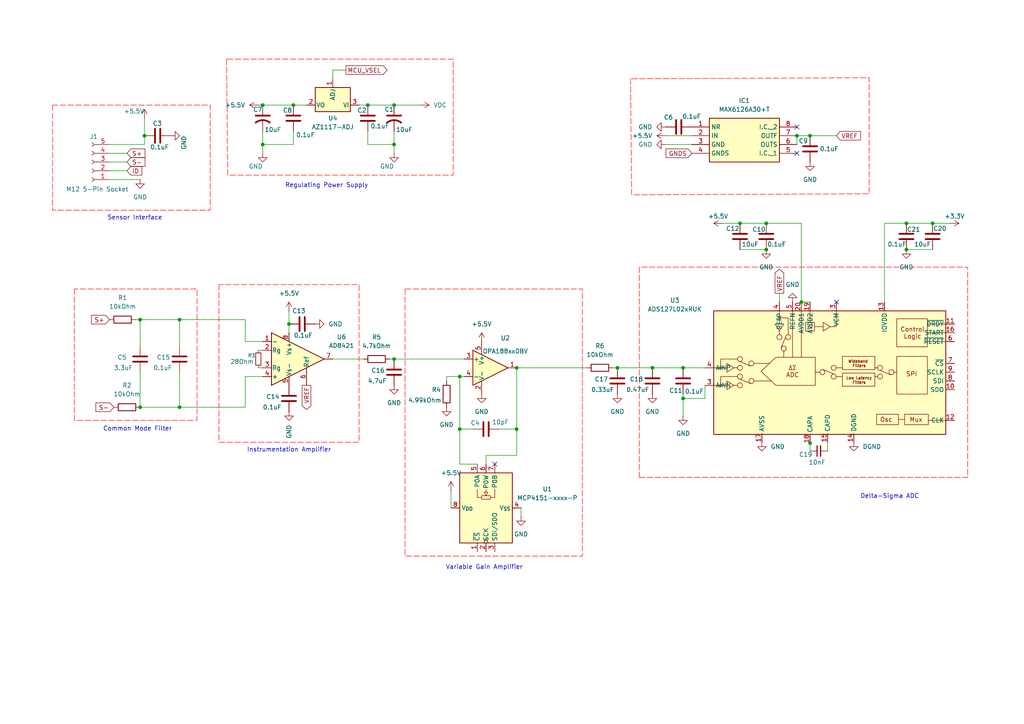
<source format=kicad_sch>
(kicad_sch (version 20250114) (generator "eeschema") (generator_version "9.0")
  (paper "A4")
  (title_block (title "Innovatest Mobile Force Verification Unit Measurement Chain") (date "2025-11-20") (rev "3.0") (comment 1 "Author: Justin Julius Chin Cheong"))
  (lib_symbols
    (symbol "Amplifier_Instrumentation:AD8421" (pin_names (offset 0.127))
      (property "Reference" "U" (at 3.81 7.62 0))
      (property "Value" "AD8421" (at 3.81 5.08 0))
      (symbol "AD8421_0_1"
        (polyline (pts (xy -7.62 7.62) (xy -7.62 -7.62) (xy 7.62 0) (xy -7.62 7.62)) (stroke (width 0.254)) (fill (type background)))
      )
      (symbol "AD8421_1_1"
        (pin input line (at -10.16 5.08 0) (length 2.54) (name "-") (number "1"))
        (pin passive line (at -10.16 2.54 0) (length 2.54) (name "Rg") (number "2"))
        (pin passive line (at -10.16 -2.54 0) (length 2.54) (name "Rg") (number "3"))
        (pin input line (at -10.16 -5.08 0) (length 2.54) (name "+") (number "4"))
        (pin power_in line (at -2.54 7.62 270) (length 2.54) (name "Vs+") (number "8"))
        (pin power_in line (at -2.54 -7.62 90) (length 2.54) (name "Vs-") (number "5"))
        (pin passive line (at 2.54 -7.62 90) (length 5.08) (name "Ref") (number "6"))
        (pin output line (at 10.16 0 180) (length 2.54) (name "~") (number "7"))
      )
    )
    (symbol "Amplifier_Operational:OPA188xxDBV" (pin_names (offset 0.127))
      (property "Reference" "U" (at 0 5.08 0))
      (property "Value" "OPA188xxDBV" (at 0 -5.08 0))
      (symbol "OPA188xxDBV_0_1"
        (polyline (pts (xy -5.08 5.08) (xy 5.08 0) (xy -5.08 -5.08) (xy -5.08 5.08)) (stroke (width 0.254)) (fill (type background)))
        (pin power_in line (at -2.54 7.62 270) (length 3.81) (name "V+") (number "5"))
        (pin power_in line (at -2.54 -7.62 90) (length 3.81) (name "V-") (number "2"))
      )
      (symbol "OPA188xxDBV_1_1"
        (pin input line (at -7.62 2.54 0) (length 2.54) (name "+") (number "3"))
        (pin input line (at -7.62 -2.54 0) (length 2.54) (name "-") (number "4"))
        (pin output line (at 7.62 0 180) (length 2.54) (name "~") (number "1"))
      )
    )
    (symbol "Connector:Conn_01x05_Socket" (pin_names (offset 1.016) (hide yes))
      (property "Reference" "J" (at 0 7.62 0))
      (property "Value" "Conn_01x05_Socket" (at 0 -7.62 0))
      (symbol "Conn_01x05_Socket_1_1"
        (polyline (pts (xy -1.27 5.08) (xy -0.508 5.08)) (stroke (width 0.1524)))
        (polyline (pts (xy -1.27 2.54) (xy -0.508 2.54)) (stroke (width 0.1524)))
        (polyline (pts (xy -1.27 0) (xy -0.508 0)) (stroke (width 0.1524)))
        (polyline (pts (xy -1.27 -2.54) (xy -0.508 -2.54)) (stroke (width 0.1524)))
        (polyline (pts (xy -1.27 -5.08) (xy -0.508 -5.08)) (stroke (width 0.1524)))
        (arc (start 0 4.572) (mid -0.5058 5.08) (end 0 5.588) (stroke (width 0.1524)))
        (arc (start 0 2.032) (mid -0.5058 2.54) (end 0 3.048) (stroke (width 0.1524)))
        (arc (start 0 -0.508) (mid -0.5058 0) (end 0 0.508) (stroke (width 0.1524)))
        (arc (start 0 -3.048) (mid -0.5058 -2.54) (end 0 -2.032) (stroke (width 0.1524)))
        (arc (start 0 -5.588) (mid -0.5058 -5.08) (end 0 -4.572) (stroke (width 0.1524)))
        (pin passive line (at -5.08 5.08 0) (length 3.81) (name "Pin_1") (number "1"))
        (pin passive line (at -5.08 2.54 0) (length 3.81) (name "Pin_2") (number "2"))
        (pin passive line (at -5.08 0 0) (length 3.81) (name "Pin_3") (number "3"))
        (pin passive line (at -5.08 -2.54 0) (length 3.81) (name "Pin_4") (number "4"))
        (pin passive line (at -5.08 -5.08 0) (length 3.81) (name "Pin_5") (number "5"))
      )
    )
    (symbol "Device:C" (pin_numbers (hide yes)) (pin_names (offset 0.254))
      (property "Reference" "C" (at 0.635 2.54 0))
      (property "Value" "C" (at 0.635 -2.54 0))
      (symbol "C_0_1"
        (polyline (pts (xy -2.032 0.762) (xy 2.032 0.762)) (stroke (width 0.508)))
        (polyline (pts (xy -2.032 -0.762) (xy 2.032 -0.762)) (stroke (width 0.508)))
      )
      (symbol "C_1_1"
        (pin passive line (at 0 3.81 270) (length 2.794) (name "~") (number "1"))
        (pin passive line (at 0 -3.81 90) (length 2.794) (name "~") (number "2"))
      )
    )
    (symbol "Device:C_Small" (pin_numbers (hide yes)) (pin_names (offset 0.254) (hide yes))
      (property "Reference" "C" (at 0.254 1.778 0))
      (property "Value" "C_Small" (at 0.254 -2.032 0))
      (symbol "C_Small_0_1"
        (polyline (pts (xy -1.524 0.508) (xy 1.524 0.508)) (stroke (width 0.3048)))
        (polyline (pts (xy -1.524 -0.508) (xy 1.524 -0.508)) (stroke (width 0.3302)))
      )
      (symbol "C_Small_1_1"
        (pin passive line (at 0 2.54 270) (length 2.032) (name "~") (number "1"))
        (pin passive line (at 0 -2.54 90) (length 2.032) (name "~") (number "2"))
      )
    )
    (symbol "Device:C_US" (pin_numbers (hide yes)) (pin_names (offset 0.254) (hide yes))
      (property "Reference" "C" (at 0.635 2.54 0))
      (property "Value" "C_US" (at 0.635 -2.54 0))
      (symbol "C_US_0_1"
        (polyline (pts (xy -2.032 0.762) (xy 2.032 0.762)) (stroke (width 0.508)))
        (arc (start -2.032 -1.27) (mid 0 -0.5572) (end 2.032 -1.27) (stroke (width 0.508)))
      )
      (symbol "C_US_1_1"
        (pin passive line (at 0 3.81 270) (length 2.794) (name "~") (number "1"))
        (pin passive line (at 0 -3.81 90) (length 3.302) (name "~") (number "2"))
      )
    )
    (symbol "Device:R" (pin_numbers (hide yes)) (pin_names (offset 0))
      (property "Reference" "R" (at 2.032 0 90))
      (property "Value" "R" (at 0 0 90))
      (symbol "R_0_1"
        (rectangle (start -1.016 -2.54) (end 1.016 2.54) (stroke (width 0.254)))
      )
      (symbol "R_1_1"
        (pin passive line (at 0 3.81 270) (length 1.27) (name "~") (number "1"))
        (pin passive line (at 0 -3.81 90) (length 1.27) (name "~") (number "2"))
      )
    )
    (symbol "Device:R_Small" (pin_numbers (hide yes)) (pin_names (offset 0.254) (hide yes))
      (property "Reference" "R" (at 0 0 90))
      (property "Value" "R_Small" (at 1.778 0 90))
      (symbol "R_Small_0_1"
        (rectangle (start -0.762 1.778) (end 0.762 -1.778) (stroke (width 0.2032)))
      )
      (symbol "R_Small_1_1"
        (pin passive line (at 0 2.54 270) (length 0.762) (name "~") (number "1"))
        (pin passive line (at 0 -2.54 90) (length 0.762) (name "~") (number "2"))
      )
    )
    (symbol "MAX6126A30+T:MAX6126A30+T"
      (property "Reference" "IC" (at 26.67 7.62 0))
      (property "Value" "MAX6126A30+T" (at 26.67 5.08 0))
      (symbol "MAX6126A30+T_1_1"
        (rectangle (start 5.08 2.54) (end 25.4 -10.16) (stroke (width 0.254)) (fill (type background)))
        (pin passive line (at 0 0 0) (length 5.08) (name "NR") (number "1"))
        (pin passive line (at 0 -2.54 0) (length 5.08) (name "IN") (number "2"))
        (pin passive line (at 0 -5.08 0) (length 5.08) (name "GND") (number "3"))
        (pin passive line (at 0 -7.62 0) (length 5.08) (name "GNDS") (number "4"))
        (pin passive line (at 30.48 0 180) (length 5.08) (name "I.C._2") (number "8"))
        (pin passive line (at 30.48 -2.54 180) (length 5.08) (name "OUTF") (number "7"))
        (pin passive line (at 30.48 -5.08 180) (length 5.08) (name "OUTS") (number "6"))
        (pin passive line (at 30.48 -7.62 180) (length 5.08) (name "I.C._1") (number "5"))
      )
    )
    (symbol "Potentiometer_Digital:MCP4151-xxxx-P"
      (property "Reference" "U" (at 2.54 11.43 0))
      (property "Value" "MCP4151-xxxx-P" (at 2.54 8.89 0))
      (symbol "MCP4151-xxxx-P_0_0"
        (pin input line (at -12.7 2.54 0) (length 2.54) (name "~{CS}") (number "1"))
        (pin input clock (at -12.7 0 0) (length 2.54) (name "SCK") (number "2"))
        (pin bidirectional line (at -12.7 -2.54 0) (length 2.54) (name "SDI/SDO") (number "3"))
        (pin power_in line (at 0 10.16 270) (length 2.54) (name "V_{DD}") (number "8"))
        (pin power_in line (at 0 -10.16 90) (length 2.54) (name "V_{SS}") (number "4"))
        (pin passive line (at 12.7 2.54 180) (length 2.54) (name "P0A") (number "5"))
        (pin passive line (at 12.7 0 180) (length 2.54) (name "P0W") (number "6"))
        (pin passive line (at 12.7 -2.54 180) (length 2.54) (name "P0B") (number "7"))
      )
      (symbol "MCP4151-xxxx-P_0_1"
        (rectangle (start 2.54 1.27) (end 3.556 -1.27))
        (polyline (pts (xy 3.048 -1.27) (xy 3.048 -2.54) (xy 5.334 -2.54)))
        (polyline (pts (xy 4.572 0.508) (xy 3.556 0) (xy 4.572 -0.508) (xy 4.572 0.508)))
        (polyline (pts (xy 4.572 0) (xy 5.334 0)))
        (polyline (pts (xy 5.334 2.54) (xy 3.048 2.54) (xy 3.048 1.27)))
      )
      (symbol "MCP4151-xxxx-P_1_1"
        (rectangle (start -10.16 7.62) (end 10.16 -7.62) (stroke (width 0.254)) (fill (type background)))
      )
    )
    (symbol "Regulator_Linear:AZ1117-ADJ" (pin_names (offset 0.254))
      (property "Reference" "U" (at -3.81 3.175 0))
      (property "Value" "AZ1117-ADJ" (at 0 3.175 0))
      (symbol "AZ1117-ADJ_0_1"
        (rectangle (start -5.08 1.905) (end 5.08 -5.08) (stroke (width 0.254)) (fill (type background)))
      )
      (symbol "AZ1117-ADJ_1_1"
        (pin power_in line (at -7.62 0 0) (length 2.54) (name "VI") (number "3"))
        (pin input line (at 0 -7.62 90) (length 2.54) (name "ADJ") (number "1"))
        (pin power_out line (at 7.62 0 180) (length 2.54) (name "VO") (number "2"))
      )
    )
    (symbol "gp-components:ADS127L02xRUK"
      (property "Reference" "U" (at -29.972 19.304 0))
      (property "Value" "ADS127L02xRUK" (at 53.086 -35.306 0))
      (symbol "ADS127L02xRUK_0_1"
        (rectangle (start -30.48 17.78) (end 36.83 -18.034) (stroke (width 0.254)) (fill (type background)))
        (polyline (pts (xy -30.48 1.27) (xy -26.67 1.27)))
        (polyline (pts (xy -30.48 -3.81) (xy -26.67 -3.81)))
        (circle (center -28.448 1.27) (radius 0.3592))
        (circle (center -28.448 -3.81) (radius 0.3592))
        (polyline (pts (xy -24.638 1.27) (xy -23.622 1.27)))
        (polyline (pts (xy -24.638 1.27) (xy -26.67 2.54) (xy -26.67 0) (xy -24.638 1.27)))
        (polyline (pts (xy -24.638 -3.81) (xy -23.622 -3.81)))
        (polyline (pts (xy -24.638 -3.81) (xy -26.67 -2.54) (xy -26.67 -5.08) (xy -24.638 -3.81)))
        (polyline (pts (xy -23.622 3.81) (xy -28.448 3.81) (xy -28.448 1.27)))
        (polyline (pts (xy -23.622 -1.27) (xy -28.448 -1.27) (xy -28.448 -3.81)))
        (circle (center -22.86 3.81) (radius 0.7184))
        (polyline (pts (xy -22.86 3.048) (xy -19.812 1.778)))
        (circle (center -22.86 1.27) (radius 0.7184))
        (circle (center -22.86 -1.27) (radius 0.7184))
        (polyline (pts (xy -22.86 -2.032) (xy -19.812 -3.302)))
        (circle (center -22.86 -3.81) (radius 0.7184))
        (circle (center -19.558 2.54) (radius 0.7184))
        (circle (center -19.558 -2.54) (radius 0.7184))
        (polyline (pts (xy -18.796 2.54) (xy -14.224 2.54)))
        (polyline (pts (xy -18.796 -2.54) (xy -13.716 -2.54)))
        (polyline (pts (xy -16.764 0.254) (xy -12.446 4.318) (xy -1.016 4.318) (xy -1.016 -3.81) (xy -12.446 -3.81) (xy -16.764 0.254)))
        (polyline (pts (xy -11.43 17.78) (xy -11.43 13.97)))
        (circle (center -11.43 15.748) (radius 0.3592))
        (polyline (pts (xy -11.43 11.938) (xy -11.43 10.922)))
        (polyline (pts (xy -11.43 11.938) (xy -10.16 13.97) (xy -12.7 13.97) (xy -11.43 11.938)))
        (circle (center -11.43 10.16) (radius 0.7184))
        (circle (center -10.16 6.858) (radius 0.7184))
        (polyline (pts (xy -10.16 6.096) (xy -10.16 4.318)))
        (polyline (pts (xy -9.652 10.16) (xy -10.922 7.112)))
        (polyline (pts (xy -8.89 10.922) (xy -8.89 15.748) (xy -11.43 15.748)))
        (circle (center -8.89 10.16) (radius 0.7184))
        (polyline (pts (xy -7.62 17.78) (xy -7.62 4.318)))
        (polyline (pts (xy -5.08 17.78) (xy -5.08 4.318)))
        (rectangle (start -3.81 14.478) (end -1.27 11.938))
        (polyline (pts (xy -2.54 14.478) (xy -2.54 17.78)))
        (polyline (pts (xy -1.016 0) (xy 0.254 0)))
        (circle (center 1.016 0) (radius 0.7184))
        (polyline (pts (xy 1.27 13.208) (xy -1.27 13.208)))
        (polyline (pts (xy 3.302 13.208) (xy 5.08 13.208) (xy 5.08 17.78)))
        (polyline (pts (xy 3.302 13.208) (xy 1.27 14.478) (xy 1.27 11.938) (xy 3.302 13.208)))
        (circle (center 4.318 1.27) (radius 0.7184))
        (polyline (pts (xy 4.318 -0.508) (xy 1.27 0.762)))
        (circle (center 4.318 -1.27) (radius 0.7184))
        (polyline (pts (xy 5.08 1.27) (xy 6.858 1.27)))
        (polyline (pts (xy 5.08 -1.27) (xy 6.858 -1.27)))
        (rectangle (start 6.858 4.572) (end 16.256 0.762))
        (rectangle (start 6.858 -0.254) (end 16.256 -4.064))
        (rectangle (start 16.764 -12.192) (end 23.114 -15.24))
        (polyline (pts (xy 17.018 1.27) (xy 16.256 1.27)))
        (polyline (pts (xy 17.018 -1.27) (xy 16.256 -1.27)))
        (circle (center 17.78 1.27) (radius 0.7184))
        (polyline (pts (xy 17.78 0.508) (xy 20.828 -0.762)))
        (circle (center 17.78 -1.27) (radius 0.7184))
        (circle (center 21.082 0) (radius 0.7184))
        (polyline (pts (xy 21.844 0) (xy 22.352 0) (xy 22.606 0)))
        (rectangle (start 22.606 15.494) (end 31.496 7.366))
        (rectangle (start 22.606 4.572) (end 31.496 -6.35))
        (polyline (pts (xy 23.114 -13.716) (xy 24.892 -13.716)))
        (rectangle (start 24.892 -12.192) (end 31.75 -15.24))
        (polyline (pts (xy 31.75 -13.97) (xy 36.83 -13.97)))
        (polyline (pts (xy 36.83 13.97) (xy 31.496 13.97)))
        (polyline (pts (xy 36.83 11.43) (xy 31.496 11.43)))
        (polyline (pts (xy 36.83 8.89) (xy 31.496 8.89)))
      )
      (symbol "ADS127L02xRUK_1_1"
        (text "ΔΣ\nADC\n" (at -7.62 0.254 0) (effects (font (size 1.27 1.27))))
        (text "/2\n" (at -2.54 13.208 0) (effects (font (size 0.8 0.8))))
        (text "Wideband \nFilters\n" (at 11.684 2.54 0) (effects (font (size 0.8 0.8))))
        (text "Low Latency\nFilters\n" (at 11.684 -2.286 0) (effects (font (size 0.8 0.8))))
        (text "Osc" (at 19.558 -13.716 0) (effects (font (size 1.27 1.27))))
        (text "SPI\n" (at 26.924 -0.508 0) (effects (font (size 1.27 1.27))))
        (text "Control\nLogic" (at 27.178 11.43 0) (effects (font (size 1.27 1.27))))
        (text "Mux" (at 28.194 -13.716 0) (effects (font (size 1.27 1.27))))
        (pin input line (at -33.02 1.27 0) (length 2.54) (name "AINP") (number "4"))
        (pin input line (at -33.02 -3.81 0) (length 2.54) (name "AINN") (number "3"))
        (pin power_in line (at -16.51 -20.32 90) (length 2.54) (name "AVSS") (number "17"))
        (pin input line (at -11.43 20.32 270) (length 2.54) (name "REFP") (number "4"))
        (pin input line (at -7.62 20.32 270) (length 2.54) (name "REFN") (number "5"))
        (pin passive line (at -5.08 27.94 270) (length 2.54) (hide yes) (name "AVDD") (number "32"))
        (pin power_in line (at -5.08 20.32 270) (length 2.54) (name "AVDD1") (number "20"))
        (pin power_in line (at -2.54 20.32 270) (length 2.54) (name "AVDD2") (number "19"))
        (pin output line (at -2.54 -20.574 90) (length 2.54) (name "CAPA") (number "18"))
        (pin passive line (at -2.54 -27.94 90) (length 2.54) (hide yes) (name "AGND") (number "31"))
        (pin output line (at 2.54 -20.32 90) (length 2.54) (name "CAPD") (number "15"))
        (pin output line (at 5.08 20.32 270) (length 2.54) (name "VCM") (number "3"))
        (pin power_in line (at 10.16 -20.32 90) (length 2.54) (name "DGND") (number "14"))
        (pin power_in line (at 19.05 20.32 270) (length 2.54) (name "IOVDD") (number "13"))
        (pin output line (at 39.37 13.97 180) (length 2.54) (name "~{DRDY}") (number "11"))
        (pin input line (at 39.37 11.43 180) (length 2.54) (name "START") (number "16"))
        (pin input line (at 39.37 8.89 180) (length 2.54) (name "~{RESET}") (number "6"))
        (pin input line (at 39.37 2.54 180) (length 2.54) (name "~{CS}") (number "7"))
        (pin input line (at 39.37 0 180) (length 2.54) (name "SCLK") (number "9"))
        (pin input line (at 39.37 -2.54 180) (length 2.54) (name "SDI") (number "8"))
        (pin output line (at 39.37 -5.08 180) (length 2.54) (name "SDO") (number "10"))
        (pin input line (at 39.37 -13.97 180) (length 2.54) (name "CLK") (number "12"))
      )
    )
    (symbol "power:GND" (power) (pin_numbers (hide yes)) (pin_names (offset 0) (hide yes))
      (property "Value" "GND" (at 0 -3.81 0))
      (symbol "GND_0_1"
        (polyline (pts (xy 0 0) (xy 0 -1.27) (xy 1.27 -1.27) (xy 0 -2.54) (xy -1.27 -1.27) (xy 0 -1.27)))
      )
      (symbol "GND_1_1"
        (pin power_in line (at 0 0 270) (length 0) (name "~") (number "1"))
      )
    )
    (symbol "power:VCC" (power) (pin_numbers (hide yes)) (pin_names (offset 0) (hide yes))
      (property "Value" "VCC" (at 0 3.556 0))
      (symbol "VCC_0_1"
        (polyline (pts (xy -0.762 1.27) (xy 0 2.54)))
        (polyline (pts (xy 0 2.54) (xy 0.762 1.27)))
        (polyline (pts (xy 0 0) (xy 0 2.54)))
      )
      (symbol "VCC_1_1"
        (pin power_in line (at 0 0 90) (length 0) (name "~") (number "1"))
      )
    )
  )
  (text "Instrumentation Amplifier" (at 83.82 130.556 0) (effects (font (size 1.27 1.27))))
  (text "Common Mode Filter" (at 39.878 124.46 0) (effects (font (size 1.27 1.27))))
  (text "Variable Gain Amplifier\n" (at 140.462 164.592 0) (effects (font (size 1.27 1.27))))
  (text "Regulating Power Supply\n" (at 94.742 53.848 0) (effects (font (size 1.27 1.27))))
  (text "Delta-Sigma ADC" (at 258.064 144.018 0) (effects (font (size 1.27 1.27))))
  (text "Sensor Interface" (at 39.116 63.246 0) (effects (font (size 1.27 1.27))))
  (junction (at 133.35 124.46))
  (junction (at 232.41 87.63))
  (junction (at 76.2 41.91))
  (junction (at 85.09 30.48))
  (junction (at 262.89 64.77))
  (junction (at 52.07 92.71))
  (junction (at 133.35 109.22))
  (junction (at 76.2 30.48))
  (junction (at 114.3 41.91))
  (junction (at 41.91 39.37))
  (junction (at 262.89 72.39))
  (junction (at 106.68 30.48))
  (junction (at 231.14 39.37))
  (junction (at 198.12 115.57))
  (junction (at 234.95 39.37))
  (junction (at 234.95 128.524))
  (junction (at 40.64 92.71))
  (junction (at 149.86 124.46))
  (junction (at 270.51 64.77))
  (junction (at 83.82 93.98))
  (junction (at 114.3 30.48))
  (junction (at 214.63 64.77))
  (junction (at 179.07 106.68))
  (junction (at 114.3 104.14))
  (junction (at 149.86 106.68))
  (junction (at 198.12 106.68))
  (junction (at 189.23 106.68))
  (junction (at 40.64 118.11))
  (junction (at 222.25 64.77))
  (junction (at 222.25 72.39))
  (junction (at 52.07 118.11))
  (no_connect (at 231.14 44.45))
  (no_connect (at 242.57 87.63))
  (no_connect (at 231.14 36.83))
  (no_connect (at 143.51 134.62))
  (wire (pts (xy 85.09 38.1) (xy 85.09 41.91)))
  (wire (pts (xy 270.51 72.39) (xy 262.89 72.39)))
  (wire (pts (xy 83.82 90.17) (xy 83.82 93.98)))
  (wire (pts (xy 234.95 128.27) (xy 234.95 128.524)))
  (wire (pts (xy 232.41 64.77) (xy 232.41 87.63)))
  (wire (pts (xy 40.64 92.71) (xy 39.37 92.71)))
  (wire (pts (xy 106.68 30.48) (xy 114.3 30.48)))
  (wire (pts (xy 134.62 109.22) (xy 133.35 109.22)))
  (wire (pts (xy 193.04 41.91) (xy 200.66 41.91)))
  (wire (pts (xy 114.3 30.48) (xy 121.92 30.48)))
  (wire (pts (xy 114.3 41.91) (xy 114.3 38.1)))
  (wire (pts (xy 71.12 118.11) (xy 71.12 109.22)))
  (wire (pts (xy 133.35 124.46) (xy 137.16 124.46)))
  (wire (pts (xy 76.2 30.48) (xy 85.09 30.48)))
  (wire (pts (xy 189.23 106.68) (xy 198.12 106.68)))
  (wire (pts (xy 270.51 64.77) (xy 262.89 64.77)))
  (wire (pts (xy 104.14 30.48) (xy 106.68 30.48)))
  (wire (pts (xy 234.95 128.524) (xy 234.95 130.81)))
  (wire (pts (xy 114.3 41.91) (xy 114.3 44.45)))
  (wire (pts (xy 36.83 49.53) (xy 31.75 49.53)))
  (wire (pts (xy 242.57 39.37) (xy 234.95 39.37)))
  (wire (pts (xy 40.64 107.95) (xy 40.64 118.11)))
  (wire (pts (xy 198.12 115.57) (xy 204.47 115.57)))
  (wire (pts (xy 231.14 39.37) (xy 234.95 39.37)))
  (wire (pts (xy 96.52 104.14) (xy 105.41 104.14)))
  (wire (pts (xy 36.83 44.45) (xy 31.75 44.45)))
  (wire (pts (xy 40.64 92.71) (xy 40.64 100.33)))
  (wire (pts (xy 256.54 64.77) (xy 262.89 64.77)))
  (wire (pts (xy 71.12 99.06) (xy 76.2 99.06)))
  (wire (pts (xy 193.04 39.37) (xy 200.66 39.37)))
  (wire (pts (xy 231.14 39.37) (xy 231.14 41.91)))
  (wire (pts (xy 41.91 34.29) (xy 41.91 39.37)))
  (wire (pts (xy 256.54 64.77) (xy 256.54 87.63)))
  (wire (pts (xy 149.86 124.46) (xy 149.86 132.08)))
  (wire (pts (xy 138.43 134.62) (xy 133.35 134.62)))
  (wire (pts (xy 96.52 20.32) (xy 96.52 22.86)))
  (wire (pts (xy 133.35 124.46) (xy 133.35 109.22)))
  (wire (pts (xy 76.2 41.91) (xy 76.2 38.1)))
  (wire (pts (xy 198.12 106.68) (xy 204.47 106.68)))
  (wire (pts (xy 198.12 115.57) (xy 198.12 114.3)))
  (wire (pts (xy 85.09 30.48) (xy 88.9 30.48)))
  (wire (pts (xy 240.03 128.27) (xy 240.03 130.81)))
  (wire (pts (xy 214.63 64.77) (xy 222.25 64.77)))
  (wire (pts (xy 129.54 109.22) (xy 129.54 110.49)))
  (wire (pts (xy 222.25 64.77) (xy 232.41 64.77)))
  (wire (pts (xy 83.82 93.98) (xy 83.82 96.52)))
  (wire (pts (xy 76.2 41.91) (xy 85.09 41.91)))
  (wire (pts (xy 151.13 149.86) (xy 151.13 147.32)))
  (wire (pts (xy 52.07 107.95) (xy 52.07 118.11)))
  (wire (pts (xy 31.75 52.07) (xy 40.64 52.07)))
  (wire (pts (xy 149.86 106.68) (xy 149.86 124.46)))
  (wire (pts (xy 71.12 92.71) (xy 71.12 99.06)))
  (wire (pts (xy 40.64 92.71) (xy 52.07 92.71)))
  (wire (pts (xy 133.35 134.62) (xy 133.35 124.46)))
  (wire (pts (xy 149.86 132.08) (xy 140.97 132.08)))
  (wire (pts (xy 149.86 106.68) (xy 170.18 106.68)))
  (wire (pts (xy 106.68 41.91) (xy 114.3 41.91)))
  (wire (pts (xy 52.07 92.71) (xy 52.07 100.33)))
  (wire (pts (xy 100.33 20.32) (xy 96.52 20.32)))
  (wire (pts (xy 232.41 87.63) (xy 234.95 87.63)))
  (wire (pts (xy 209.55 64.77) (xy 214.63 64.77)))
  (wire (pts (xy 113.03 104.14) (xy 114.3 104.14)))
  (wire (pts (xy 52.07 92.71) (xy 71.12 92.71)))
  (wire (pts (xy 226.06 85.09) (xy 226.06 87.63)))
  (wire (pts (xy 204.47 115.57) (xy 204.47 111.76)))
  (wire (pts (xy 144.78 124.46) (xy 149.86 124.46)))
  (wire (pts (xy 198.12 115.57) (xy 198.12 120.65)))
  (wire (pts (xy 36.83 46.99) (xy 31.75 46.99)))
  (wire (pts (xy 40.64 118.11) (xy 52.07 118.11)))
  (wire (pts (xy 114.3 104.14) (xy 134.62 104.14)))
  (wire (pts (xy 74.93 106.68) (xy 76.2 106.68)))
  (wire (pts (xy 275.59 64.77) (xy 270.51 64.77)))
  (wire (pts (xy 71.12 118.11) (xy 52.07 118.11)))
  (wire (pts (xy 74.93 101.6) (xy 76.2 101.6)))
  (wire (pts (xy 41.91 39.37) (xy 41.91 41.91)))
  (wire (pts (xy 177.8 106.68) (xy 179.07 106.68)))
  (wire (pts (xy 106.68 38.1) (xy 106.68 41.91)))
  (wire (pts (xy 179.07 106.68) (xy 189.23 106.68)))
  (wire (pts (xy 140.97 132.08) (xy 140.97 134.62)))
  (wire (pts (xy 31.75 41.91) (xy 41.91 41.91)))
  (wire (pts (xy 74.93 30.48) (xy 76.2 30.48)))
  (wire (pts (xy 130.81 142.24) (xy 130.81 147.32)))
  (wire (pts (xy 71.12 109.22) (xy 76.2 109.22)))
  (wire (pts (xy 214.63 72.39) (xy 222.25 72.39)))
  (wire (pts (xy 133.35 109.22) (xy 129.54 109.22)))
  (wire (pts (xy 76.2 41.91) (xy 76.2 44.45)))
  (global_label "S+" (shape input) (at 36.83 44.45 0) (property "Intersheetrefs" "${INTERSHEET_REFS}" (effects (hide yes))))
  (global_label "VREF" (shape output) (at 88.9 111.76 270) (property "Intersheetrefs" "${INTERSHEET_REFS}" (effects (hide yes))))
  (global_label "GNDS" (shape input) (at 200.66 44.45 180) (property "Intersheetrefs" "${INTERSHEET_REFS}" (effects (hide yes))))
  (global_label "S+" (shape input) (at 31.75 92.71 180) (property "Intersheetrefs" "${INTERSHEET_REFS}" (effects (hide yes))))
  (global_label "VREF" (shape input) (at 242.57 39.37 0) (property "Intersheetrefs" "${INTERSHEET_REFS}" (effects (hide yes))))
  (global_label "ID" (shape input) (at 36.83 49.53 0) (property "Intersheetrefs" "${INTERSHEET_REFS}" (effects (hide yes))))
  (global_label "VREF" (shape output) (at 226.06 85.09 90) (property "Intersheetrefs" "${INTERSHEET_REFS}" (effects (hide yes))))
  (global_label "MCU_VSEL" (shape output) (at 100.33 20.32 0) (property "Intersheetrefs" "${INTERSHEET_REFS}" (effects (hide yes))))
  (global_label "S-" (shape input) (at 33.02 118.11 180) (property "Intersheetrefs" "${INTERSHEET_REFS}" (effects (hide yes))))
  (global_label "S-" (shape input) (at 36.83 46.99 0) (property "Intersheetrefs" "${INTERSHEET_REFS}" (effects (hide yes))))
  (rule_area (polyline (pts (xy 185.42 138.43) (xy 280.67 138.43) (xy 280.67 77.47) (xy 185.42 77.47)) (stroke (width 0) (type dash))))
  (rule_area (polyline (pts (xy 117.475 83.82) (xy 117.475 161.29) (xy 168.91 161.29) (xy 168.91 83.82)) (stroke (width 0) (type dash))))
  (rule_area (polyline (pts (xy 21.59 83.82) (xy 21.59 121.92) (xy 57.15 121.92) (xy 57.15 83.82)) (stroke (width 0) (type dash))))
  (rule_area (polyline (pts (xy 65.7225 17.145) (xy 66.04 50.8) (xy 131.445 50.8) (xy 131.445 17.145)) (stroke (width 0) (type dash))))
  (rule_area (polyline (pts (xy 15.24 30.48) (xy 15.24 60.96) (xy 60.96 60.96) (xy 60.96 30.48)) (stroke (width 0) (type dash))))
  (rule_area (polyline (pts (xy 182.88 22.86) (xy 183.1975 56.515) (xy 252.0949 56.1975) (xy 252.0949 22.5425)) (stroke (width 0) (type dash))))
  (rule_area (polyline (pts (xy 63.5 82.55) (xy 63.5 128.27) (xy 104.14 128.27) (xy 104.14 82.55)) (stroke (width 0) (type dash))))
  (symbol (lib_id "power:GND") (at 262.89 72.39 0) (mirror y) (unit 1)
    (property "Reference" "#PWR030" (effects (hide yes)))
    (property "Value" "GND" (at 262.89 77.47 0))
    (property "Description" "Power symbol creates a global label with name \"GND\" , ground" (effects (hide yes)))
  )
  (symbol (lib_id "Device:C") (at 114.3 107.95 0) (unit 1)
    (property "Reference" "C16" (at 107.696 107.442 0) (effects (justify left)))
    (property "Value" "4.7uF" (at 106.68 110.49 0) (effects (justify left)))
    (property "Description" "Unpolarized capacitor" (effects (hide yes)))
  )
  (symbol (lib_id "Device:C") (at 270.51 68.58 0) (mirror y) (unit 1)
    (property "Reference" "C20" (at 274.574 66.294 0) (effects (justify left)))
    (property "Value" "10uF" (at 270.002 70.866 0) (effects (justify left)))
    (property "Description" "Unpolarized capacitor" (effects (hide yes)))
  )
  (symbol (lib_id "power:GND") (at 198.12 120.65 0) (unit 1)
    (property "Reference" "#PWR018" (effects (hide yes)))
    (property "Value" "GND" (at 198.12 125.73 0))
    (property "Description" "Power symbol creates a global label with name \"GND\" , ground" (effects (hide yes)))
  )
  (symbol (lib_id "Device:C") (at 45.72 39.37 90) (unit 1)
    (property "Reference" "C3" (at 46.99 35.814 90) (effects (justify left)))
    (property "Value" "0.1uF" (at 49.022 42.672 90) (effects (justify left)))
    (property "Description" "Unpolarized capacitor" (effects (hide yes)))
  )
  (symbol (lib_id "power:GND") (at 139.7 114.3 0) (unit 1)
    (property "Reference" "#PWR020" (effects (hide yes)))
    (property "Value" "GND" (at 139.7 119.38 0))
    (property "Description" "Power symbol creates a global label with name \"GND\" , ground" (effects (hide yes)))
  )
  (symbol (lib_id "Device:R") (at 173.99 106.68 270) (unit 1)
    (property "Reference" "R6" (at 173.99 100.33 90))
    (property "Value" "10kOhm" (at 173.99 102.87 90))
    (property "Description" "Resistor" (effects (hide yes)))
  )
  (symbol (lib_id "power:GND") (at 193.04 36.83 270) (unit 1)
    (property "Reference" "#PWR011" (effects (hide yes)))
    (property "Value" "GND" (at 189.23 36.8299 90) (effects (justify right)))
    (property "Description" "Power symbol creates a global label with name \"GND\" , ground" (effects (hide yes)))
  )
  (symbol (lib_id "MAX6126A30+T:MAX6126A30+T") (at 200.66 36.83 0) (unit 1)
    (property "Reference" "IC1" (at 215.9 29.21 0))
    (property "Value" "MAX6126A30+T" (at 215.9 31.75 0))
    (property "Footprint" "SOP65P490X110-8N" (effects (hide yes)))
    (property "Datasheet" "https://datasheets.maximintegrated.com/en/ds/MAX6126.pdf" (effects (hide yes)))
    (property "Description" "Voltage References Ultra-High-Precision Ultra-Low-Noise" (effects (hide yes)))
    (property "Height" "1.1" (effects (hide yes)))
    (property "Mouser Part Number" "700-MAX6126A30T" (effects (hide yes)))
    (property "Mouser Price/Stock" "https://www.mouser.co.uk/ProductDetail/Analog-Devices-Maxim-Integrated/MAX6126A30%2bT?qs=GxOUx7aO6nz7u5ex3tMmZQ%3D%3D" (effects (hide yes)))
    (property "Manufacturer_Name" "Analog Devices" (effects (hide yes)))
    (property "Manufacturer_Part_Number" "MAX6126A30+T" (effects (hide yes)))
  )
  (symbol (lib_id "power:GND") (at 83.82 119.38 0) (unit 1)
    (property "Reference" "#PWR021" (effects (hide yes)))
    (property "Value" "GND" (at 83.8201 123.19 90) (effects (justify right)))
    (property "Description" "Power symbol creates a global label with name \"GND\" , ground" (effects (hide yes)))
  )
  (symbol (lib_id "power:GND") (at 151.13 149.86 0) (unit 1)
    (property "Reference" "#PWR024" (effects (hide yes)))
    (property "Value" "GND" (at 151.13 154.94 0))
    (property "Description" "Power symbol creates a global label with name \"GND\" , ground" (effects (hide yes)))
  )
  (symbol (lib_id "power:GND") (at 189.23 114.3 0) (unit 1)
    (property "Reference" "#PWR014" (effects (hide yes)))
    (property "Value" "GND" (at 189.23 119.38 0))
    (property "Description" "Power symbol creates a global label with name \"GND\" , ground" (effects (hide yes)))
  )
  (symbol (lib_id "Device:C") (at 140.97 124.46 90) (unit 1)
    (property "Reference" "C4" (at 139.192 122.682 90) (effects (justify left)))
    (property "Value" "10pF" (at 147.574 122.428 90) (effects (justify left)))
    (property "Description" "Unpolarized capacitor" (effects (hide yes)))
  )
  (symbol (lib_id "power:VCC") (at 83.82 90.17 0) (unit 1)
    (property "Reference" "#PWR07" (effects (hide yes)))
    (property "Value" "+5.5V" (at 83.82 85.09 0))
    (property "Description" "Power symbol creates a global label with name \"VCC\"" (effects (hide yes)))
  )
  (symbol (lib_id "power:GND") (at 114.3 44.45 0) (unit 1)
    (property "Reference" "#PWR01" (effects (hide yes)))
    (property "Value" "GND" (at 114.3001 48.26 0) (effects (justify right)))
    (property "Description" "Power symbol creates a global label with name \"GND\" , ground" (effects (hide yes)))
  )
  (symbol (lib_id "Device:C") (at 196.85 36.83 270) (unit 1)
    (property "Reference" "C6" (at 192.532 34.036 90) (effects (justify left)))
    (property "Value" "0.1uF" (at 197.866 33.782 90) (effects (justify left)))
    (property "Description" "Unpolarized capacitor" (effects (hide yes)))
  )
  (symbol (lib_id "Device:C") (at 189.23 110.49 0) (unit 1)
    (property "Reference" "C18" (at 182.626 109.982 0) (effects (justify left)))
    (property "Value" "0.47uF" (at 181.61 113.03 0) (effects (justify left)))
    (property "Description" "Unpolarized capacitor" (effects (hide yes)))
  )
  (symbol (lib_id "power:GND") (at 91.44 93.98 90) (unit 1)
    (property "Reference" "#PWR019" (effects (hide yes)))
    (property "Value" "GND" (at 95.25 93.9799 90) (effects (justify right)))
    (property "Description" "Power symbol creates a global label with name \"GND\" , ground" (effects (hide yes)))
  )
  (symbol (lib_id "Device:C") (at 262.89 68.58 0) (mirror y) (unit 1)
    (property "Reference" "C21" (at 266.954 66.548 0) (effects (justify left)))
    (property "Value" "0.1uF" (at 262.89 70.866 0) (effects (justify left)))
    (property "Description" "Unpolarized capacitor" (effects (hide yes)))
  )
  (symbol (lib_id "Potentiometer_Digital:MCP4151-xxxx-P") (at 140.97 147.32 90) (unit 1)
    (property "Reference" "U1" (at 158.75 141.8746 90))
    (property "Value" "MCP4151-xxxx-P" (at 158.75 144.4146 90))
    (property "Footprint" "Package_DIP:DIP-8_W7.62mm" (effects (hide yes)))
    (property "Datasheet" "https://ww1.microchip.com/downloads/aemDocuments/documents/OTH/ProductDocuments/DataSheets/22060b.pdf" (effects (hide yes)))
    (property "Description" "Single Digital Potentiometer, SPI interface, 257 taps, 5/10/50/100 kohm, volatile memory" (effects (hide yes)))
  )
  (symbol (lib_id "Device:C") (at 83.82 115.57 0) (unit 1)
    (property "Reference" "C14" (at 77.216 115.062 0) (effects (justify left)))
    (property "Value" "0.1uF" (at 76.2 118.11 0) (effects (justify left)))
    (property "Description" "Unpolarized capacitor" (effects (hide yes)))
  )
  (symbol (lib_id "power:VCC") (at 193.04 39.37 90) (unit 1)
    (property "Reference" "#PWR010" (effects (hide yes)))
    (property "Value" "+5.5V" (at 189.23 39.3699 90) (effects (justify left)))
    (property "Description" "Power symbol creates a global label with name \"VCC\"" (effects (hide yes)))
  )
  (symbol (lib_id "power:VCC") (at 275.59 64.77 270) (mirror x) (unit 1)
    (property "Reference" "#PWR029" (effects (hide yes)))
    (property "Value" "+3.3V" (at 276.86 62.738 90))
    (property "Description" "Power symbol creates a global label with name \"VCC\"" (effects (hide yes)))
  )
  (symbol (lib_id "Amplifier_Instrumentation:AD8421") (at 86.36 104.14 0) (unit 1)
    (property "Reference" "U6" (at 99.06 97.7198 0))
    (property "Value" "AD8421" (at 99.06 100.2598 0))
    (property "Datasheet" "https://www.analog.com/media/en/technical-documentation/data-sheets/AD8421.pdf" (effects (hide yes)))
    (property "Description" "Single Low Power Instrumentation Amplifier, SOIC-8/MSOP-8" (effects (hide yes)))
  )
  (symbol (lib_id "Connector:Conn_01x05_Socket") (at 26.67 46.99 180) (unit 1)
    (property "Reference" "J1" (at 27.178 39.624 0))
    (property "Value" "M12 5-Pin Socket" (at 28.194 54.864 0))
    (property "Description" "Generic connector, single row, 01x05, script generated" (effects (hide yes)))
  )
  (symbol (lib_id "power:GND") (at 49.53 39.37 90) (unit 1)
    (property "Reference" "#PWR05" (effects (hide yes)))
    (property "Value" "GND" (at 53.34 39.3699 0) (effects (justify right)))
    (property "Description" "Power symbol creates a global label with name \"GND\" , ground" (effects (hide yes)))
  )
  (symbol (lib_id "power:GND") (at 229.87 87.63 180) (unit 1)
    (property "Reference" "#PWR015" (effects (hide yes)))
    (property "Value" "GND" (at 229.87 82.55 0))
    (property "Description" "Power symbol creates a global label with name \"GND\" , ground" (effects (hide yes)))
  )
  (symbol (lib_id "gp-components:ADS127L02xRUK") (at 237.49 107.95 0) (unit 1)
    (property "Reference" "U3" (at 195.707 87.122 0))
    (property "Value" "ADS127L02xRUK" (at 195.707 89.662 0))
    (property "Footprint" "Package_QFP:TQFP-32_5x5mm_P0.5mm" (effects (hide yes)))
    (property "Datasheet" "https://www.ti.com/lit/ds/symlink/ads127l01.pdf" (effects (hide yes)))
    (property "Description" "24-bit delta-sigma ADC, Single Channel, 512 kSPS, SPI & Frame-Sync interface, TQFP-32" (effects (hide yes)))
  )
  (symbol (lib_id "power:GND") (at 234.95 46.99 0) (unit 1)
    (property "Reference" "#PWR012" (effects (hide yes)))
    (property "Value" "GND" (at 234.95 52.07 0))
    (property "Description" "Power symbol creates a global label with name \"GND\" , ground" (effects (hide yes)))
  )
  (symbol (lib_id "power:VCC") (at 139.7 99.06 0) (unit 1)
    (property "Reference" "#PWR022" (effects (hide yes)))
    (property "Value" "+5.5V" (at 139.7 93.98 0))
    (property "Description" "Power symbol creates a global label with name \"VCC\"" (effects (hide yes)))
  )
  (symbol (lib_id "power:VCC") (at 74.93 30.48 90) (unit 1)
    (property "Reference" "#PWR04" (effects (hide yes)))
    (property "Value" "+5.5V" (at 71.12 30.4799 90) (effects (justify left)))
    (property "Description" "Power symbol creates a global label with name \"VCC\"" (effects (hide yes)))
  )
  (symbol (lib_id "power:GND") (at 40.64 52.07 0) (unit 1)
    (property "Reference" "#PWR03" (effects (hide yes)))
    (property "Value" "GND" (at 40.64 57.15 0))
    (property "Description" "Power symbol creates a global label with name \"GND\" , ground" (effects (hide yes)))
  )
  (symbol (lib_id "power:GND") (at 193.04 41.91 270) (unit 1)
    (property "Reference" "#PWR09" (effects (hide yes)))
    (property "Value" "GND" (at 189.23 41.9099 90) (effects (justify right)))
    (property "Description" "Power symbol creates a global label with name \"GND\" , ground" (effects (hide yes)))
  )
  (symbol (lib_id "Device:R_Small") (at 74.93 104.14 0) (unit 1)
    (property "Reference" "R3" (at 71.882 103.124 0) (effects (font (size 1.016 1.016)) (justify left)))
    (property "Value" "28Ohm" (at 66.802 104.902 0) (effects (justify left)))
    (property "Description" "Resistor, small symbol" (effects (hide yes)))
  )
  (symbol (lib_id "Device:C_US") (at 76.2 34.29 0) (unit 1)
    (property "Reference" "C7" (at 73.406 31.75 0) (effects (justify left)))
    (property "Value" "10uF" (at 76.708 37.592 0) (effects (justify left)))
    (property "Description" "capacitor, US symbol" (effects (hide yes)))
  )
  (symbol (lib_id "Device:C") (at 87.63 93.98 90) (unit 1)
    (property "Reference" "C13" (at 88.646 90.17 90) (effects (justify left)))
    (property "Value" "0.1uF" (at 90.678 97.282 90) (effects (justify left)))
    (property "Description" "Unpolarized capacitor" (effects (hide yes)))
  )
  (symbol (lib_id "Device:C") (at 214.63 68.58 0) (unit 1)
    (property "Reference" "C12" (at 210.566 66.294 0) (effects (justify left)))
    (property "Value" "10uF" (at 215.138 70.866 0) (effects (justify left)))
    (property "Description" "Unpolarized capacitor" (effects (hide yes)))
  )
  (symbol (lib_id "Device:C") (at 234.95 43.18 0) (unit 1)
    (property "Reference" "C9" (at 231.648 40.894 0) (effects (justify left)))
    (property "Value" "0.1uF" (at 237.744 43.18 0) (effects (justify left)))
    (property "Description" "Unpolarized capacitor" (effects (hide yes)))
  )
  (symbol (lib_id "Device:C") (at 222.25 68.58 0) (unit 1)
    (property "Reference" "C10" (at 218.186 66.548 0) (effects (justify left)))
    (property "Value" "0.1uF" (at 222.504 70.866 0) (effects (justify left)))
    (property "Description" "Unpolarized capacitor" (effects (hide yes)))
  )
  (symbol (lib_id "power:GND") (at 222.25 72.39 0) (unit 1)
    (property "Reference" "#PWR017" (effects (hide yes)))
    (property "Value" "GND" (at 222.25 77.47 0))
    (property "Description" "Power symbol creates a global label with name \"GND\" , ground" (effects (hide yes)))
  )
  (symbol (lib_id "power:VCC") (at 209.55 64.77 90) (unit 1)
    (property "Reference" "#PWR016" (effects (hide yes)))
    (property "Value" "+5.5V" (at 208.28 62.738 90))
    (property "Description" "Power symbol creates a global label with name \"VCC\"" (effects (hide yes)))
  )
  (symbol (lib_id "power:GND") (at 179.07 114.3 0) (unit 1)
    (property "Reference" "#PWR027" (effects (hide yes)))
    (property "Value" "GND" (at 179.07 119.38 0))
    (property "Description" "Power symbol creates a global label with name \"GND\" , ground" (effects (hide yes)))
  )
  (symbol (lib_id "Regulator_Linear:AZ1117-ADJ") (at 96.52 30.48 180) (unit 1)
    (property "Reference" "U4" (at 96.52 34.29 0))
    (property "Value" "AZ1117-ADJ" (at 96.52 36.83 0))
    (property "Datasheet" "https://www.diodes.com/assets/Datasheets/AZ1117.pdf" (effects (hide yes)))
    (property "Description" "1A 20V Adjustable LDO Linear Regulator, SOT-89/SOT-223/TO-220/TO-252/TO-263" (effects (hide yes)))
  )
  (symbol (lib_id "power:VCC") (at 130.81 142.24 0) (unit 1)
    (property "Reference" "#PWR025" (effects (hide yes)))
    (property "Value" "+5.5V" (at 130.81 137.16 0))
    (property "Description" "Power symbol creates a global label with name \"VCC\"" (effects (hide yes)))
  )
  (symbol (lib_id "Device:R") (at 36.83 118.11 90) (unit 1)
    (property "Reference" "R2" (at 36.83 111.76 90))
    (property "Value" "10kOhm" (at 36.83 114.3 90))
    (property "Description" "Resistor" (effects (hide yes)))
  )
  (symbol (lib_id "Device:C_Small") (at 237.49 130.81 90) (unit 1)
    (property "Reference" "C19" (at 233.68 131.826 90))
    (property "Value" "10nF" (at 236.982 134.112 90))
    (property "Description" "Unpolarized capacitor, small symbol" (effects (hide yes)))
  )
  (symbol (lib_id "power:GND") (at 114.3 111.76 0) (unit 1)
    (property "Reference" "#PWR026" (effects (hide yes)))
    (property "Value" "GND" (at 114.3 116.84 0))
    (property "Description" "Power symbol creates a global label with name \"GND\" , ground" (effects (hide yes)))
  )
  (symbol (lib_id "Device:R") (at 109.22 104.14 270) (unit 1)
    (property "Reference" "R5" (at 109.22 97.79 90))
    (property "Value" "4.7kOhm" (at 109.22 100.33 90))
    (property "Description" "Resistor" (effects (hide yes)))
  )
  (symbol (lib_id "Device:C") (at 106.68 34.29 0) (unit 1)
    (property "Reference" "C2" (at 103.632 32.004 0) (effects (justify left)))
    (property "Value" "0.1uF" (at 107.442 36.576 0) (effects (justify left)))
    (property "Description" "Unpolarized capacitor" (effects (hide yes)))
  )
  (symbol (lib_id "power:GND") (at 247.65 128.27 0) (unit 1)
    (property "Reference" "#PWR08" (effects (hide yes)))
    (property "Value" "DGND" (at 250.19 129.5399 0) (effects (justify left)))
    (property "Description" "Power symbol creates a global label with name \"GND\" , ground" (effects (hide yes)))
  )
  (symbol (lib_id "power:GND") (at 129.54 118.11 0) (unit 1)
    (property "Reference" "#PWR023" (effects (hide yes)))
    (property "Value" "GND" (at 129.54 123.19 0))
    (property "Description" "Power symbol creates a global label with name \"GND\" , ground" (effects (hide yes)))
  )
  (symbol (lib_id "Device:C") (at 198.12 110.49 0) (unit 1)
    (property "Reference" "C11" (at 194.056 113.284 0) (effects (justify left)))
    (property "Value" "0.1uF" (at 198.628 113.538 0) (effects (justify left)))
    (property "Description" "Unpolarized capacitor" (effects (hide yes)))
  )
  (symbol (lib_id "power:GND") (at 220.98 128.27 0) (unit 1)
    (property "Reference" "#PWR028" (effects (hide yes)))
    (property "Value" "GND" (at 223.52 129.5399 0) (effects (justify left)))
    (property "Description" "Power symbol creates a global label with name \"GND\" , ground" (effects (hide yes)))
  )
  (symbol (lib_id "Amplifier_Operational:OPA188xxDBV") (at 142.24 106.68 0) (unit 1)
    (property "Reference" "U2" (at 146.558 98.044 0))
    (property "Value" "OPA188xxDBV" (at 146.558 101.854 0))
    (property "Footprint" "Package_TO_SOT_SMD:TSOT-23-5" (effects (hide yes)))
    (property "Datasheet" "http://www.ti.com/lit/ds/symlink/opa188.pdf" (effects (hide yes)))
    (property "Description" "Zero-Drift, Precision, Low-Noise, Rail-to-Rail Output, 36-V Operational Amplifier, TSOT-23-5" (effects (hide yes)))
  )
  (symbol (lib_id "Device:C") (at 52.07 104.14 0) (unit 1)
    (property "Reference" "C15" (at 45.466 103.632 0) (effects (justify left)))
    (property "Value" "0.1uF" (at 44.45 106.68 0) (effects (justify left)))
    (property "Description" "Unpolarized capacitor" (effects (hide yes)))
  )
  (symbol (lib_id "Device:C") (at 40.64 104.14 0) (unit 1)
    (property "Reference" "C5" (at 34.036 103.632 0) (effects (justify left)))
    (property "Value" "3.3uF" (at 33.02 106.68 0) (effects (justify left)))
    (property "Description" "Unpolarized capacitor" (effects (hide yes)))
  )
  (symbol (lib_id "Device:R") (at 35.56 92.71 270) (unit 1)
    (property "Reference" "R1" (at 35.56 86.36 90))
    (property "Value" "10kOhm" (at 35.56 88.9 90))
    (property "Description" "Resistor" (effects (hide yes)))
  )
  (symbol (lib_id "Device:R") (at 129.54 114.3 0) (unit 1)
    (property "Reference" "R4" (at 125.222 113.03 0) (effects (justify left)))
    (property "Value" "4.99kOhm" (at 118.364 116.078 0) (effects (justify left)))
    (property "Description" "Resistor" (effects (hide yes)))
  )
  (symbol (lib_id "power:GND") (at 76.2 44.45 0) (unit 1)
    (property "Reference" "#PWR013" (effects (hide yes)))
    (property "Value" "GND" (at 76.2001 48.26 0) (effects (justify right)))
    (property "Description" "Power symbol creates a global label with name \"GND\" , ground" (effects (hide yes)))
  )
  (symbol (lib_id "Device:C_US") (at 114.3 34.29 0) (unit 1)
    (property "Reference" "C1" (at 111.506 31.75 0) (effects (justify left)))
    (property "Value" "10uF" (at 114.808 37.592 0) (effects (justify left)))
    (property "Description" "capacitor, US symbol" (effects (hide yes)))
  )
  (symbol (lib_id "power:VCC") (at 41.91 34.29 0) (unit 1)
    (property "Reference" "#PWR06" (effects (hide yes)))
    (property "Value" "+5.5V" (at 38.862 32.258 0))
    (property "Description" "Power symbol creates a global label with name \"VCC\"" (effects (hide yes)))
  )
  (symbol (lib_id "Device:C") (at 179.07 110.49 0) (unit 1)
    (property "Reference" "C17" (at 172.466 109.982 0) (effects (justify left)))
    (property "Value" "0.33uF" (at 171.45 113.03 0) (effects (justify left)))
    (property "Description" "Unpolarized capacitor" (effects (hide yes)))
  )
  (symbol (lib_id "Device:C") (at 85.09 34.29 0) (unit 1)
    (property "Reference" "C8" (at 82.042 32.004 0) (effects (justify left)))
    (property "Value" "0.1uF" (at 85.852 39.116 0) (effects (justify left)))
    (property "Description" "Unpolarized capacitor" (effects (hide yes)))
  )
  (symbol (lib_id "power:VCC") (at 121.92 30.48 270) (unit 1)
    (property "Reference" "#PWR02" (effects (hide yes)))
    (property "Value" "VDC" (at 125.73 30.4799 90) (effects (justify left)))
    (property "Description" "Power symbol creates a global label with name \"VCC\"" (effects (hide yes)))
  )
)
</source>
